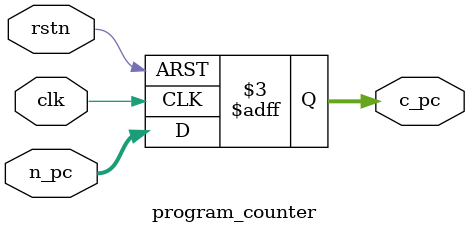
<source format=v>
`timescale 1ns / 1ps


module program_counter(
input clk,rstn,
input [31:0]n_pc,
output reg[31:0]c_pc
    );
    always @(posedge clk or negedge rstn) begin
        if(!rstn)
            c_pc<=32'h3000;
        else
            c_pc<=n_pc;
    end
endmodule

</source>
